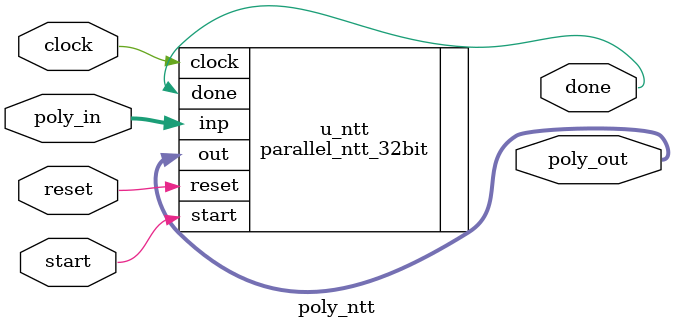
<source format=v>

module poly_ntt (
    input clock,
    input reset,
    input start,
    input signed [8191:0] poly_in,   // 256 × 32-bit
    output signed [8191:0] poly_out,
    output done
);
    parallel_ntt_32bit u_ntt (
        .clock(clock),
        .reset(reset),
        .start(start),
        .inp(poly_in),
        .out(poly_out),
        .done(done)
    );
endmodule

</source>
